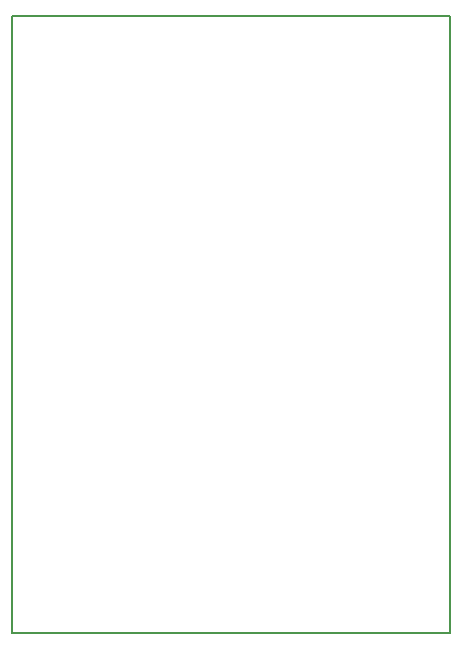
<source format=gbr>
G04 #@! TF.GenerationSoftware,KiCad,Pcbnew,(5.1.2-1)-1*
G04 #@! TF.CreationDate,2019-06-23T15:45:02-04:00*
G04 #@! TF.ProjectId,GR_555_DEV1.0,47525f35-3535-45f4-9445-56312e302e6b,rev?*
G04 #@! TF.SameCoordinates,Original*
G04 #@! TF.FileFunction,Profile,NP*
%FSLAX46Y46*%
G04 Gerber Fmt 4.6, Leading zero omitted, Abs format (unit mm)*
G04 Created by KiCad (PCBNEW (5.1.2-1)-1) date 2019-06-23 15:45:02*
%MOMM*%
%LPD*%
G04 APERTURE LIST*
%ADD10C,0.150000*%
G04 APERTURE END LIST*
D10*
X165100000Y-114300000D02*
X165100000Y-62103000D01*
X165100000Y-114300000D02*
X202184000Y-114300000D01*
X202184000Y-62103000D02*
X202184000Y-114300000D01*
X165100000Y-62103000D02*
X202184000Y-62103000D01*
M02*

</source>
